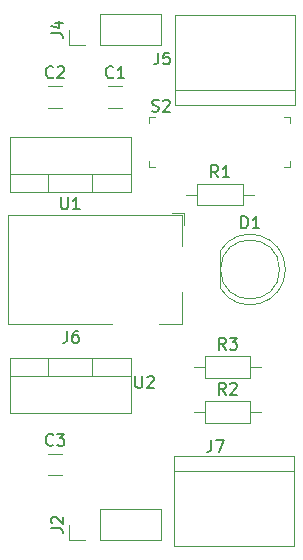
<source format=gto>
%TF.GenerationSoftware,KiCad,Pcbnew,8.0.4*%
%TF.CreationDate,2024-10-15T16:21:02+03:00*%
%TF.ProjectId,projecsts,70726f6a-6563-4737-9473-2e6b69636164,rev?*%
%TF.SameCoordinates,Original*%
%TF.FileFunction,Legend,Top*%
%TF.FilePolarity,Positive*%
%FSLAX46Y46*%
G04 Gerber Fmt 4.6, Leading zero omitted, Abs format (unit mm)*
G04 Created by KiCad (PCBNEW 8.0.4) date 2024-10-15 16:21:02*
%MOMM*%
%LPD*%
G01*
G04 APERTURE LIST*
%ADD10C,0.150000*%
%ADD11C,0.120000*%
%ADD12C,0.100000*%
G04 APERTURE END LIST*
D10*
X140866666Y-87454819D02*
X140866666Y-88169104D01*
X140866666Y-88169104D02*
X140819047Y-88311961D01*
X140819047Y-88311961D02*
X140723809Y-88407200D01*
X140723809Y-88407200D02*
X140580952Y-88454819D01*
X140580952Y-88454819D02*
X140485714Y-88454819D01*
X141247619Y-87454819D02*
X141914285Y-87454819D01*
X141914285Y-87454819D02*
X141485714Y-88454819D01*
X127299819Y-53038333D02*
X128014104Y-53038333D01*
X128014104Y-53038333D02*
X128156961Y-53085952D01*
X128156961Y-53085952D02*
X128252200Y-53181190D01*
X128252200Y-53181190D02*
X128299819Y-53324047D01*
X128299819Y-53324047D02*
X128299819Y-53419285D01*
X127633152Y-52133571D02*
X128299819Y-52133571D01*
X127252200Y-52371666D02*
X127966485Y-52609761D01*
X127966485Y-52609761D02*
X127966485Y-51990714D01*
X127468333Y-56729580D02*
X127420714Y-56777200D01*
X127420714Y-56777200D02*
X127277857Y-56824819D01*
X127277857Y-56824819D02*
X127182619Y-56824819D01*
X127182619Y-56824819D02*
X127039762Y-56777200D01*
X127039762Y-56777200D02*
X126944524Y-56681961D01*
X126944524Y-56681961D02*
X126896905Y-56586723D01*
X126896905Y-56586723D02*
X126849286Y-56396247D01*
X126849286Y-56396247D02*
X126849286Y-56253390D01*
X126849286Y-56253390D02*
X126896905Y-56062914D01*
X126896905Y-56062914D02*
X126944524Y-55967676D01*
X126944524Y-55967676D02*
X127039762Y-55872438D01*
X127039762Y-55872438D02*
X127182619Y-55824819D01*
X127182619Y-55824819D02*
X127277857Y-55824819D01*
X127277857Y-55824819D02*
X127420714Y-55872438D01*
X127420714Y-55872438D02*
X127468333Y-55920057D01*
X127849286Y-55920057D02*
X127896905Y-55872438D01*
X127896905Y-55872438D02*
X127992143Y-55824819D01*
X127992143Y-55824819D02*
X128230238Y-55824819D01*
X128230238Y-55824819D02*
X128325476Y-55872438D01*
X128325476Y-55872438D02*
X128373095Y-55920057D01*
X128373095Y-55920057D02*
X128420714Y-56015295D01*
X128420714Y-56015295D02*
X128420714Y-56110533D01*
X128420714Y-56110533D02*
X128373095Y-56253390D01*
X128373095Y-56253390D02*
X127801667Y-56824819D01*
X127801667Y-56824819D02*
X128420714Y-56824819D01*
X128661666Y-78229819D02*
X128661666Y-78944104D01*
X128661666Y-78944104D02*
X128614047Y-79086961D01*
X128614047Y-79086961D02*
X128518809Y-79182200D01*
X128518809Y-79182200D02*
X128375952Y-79229819D01*
X128375952Y-79229819D02*
X128280714Y-79229819D01*
X129566428Y-78229819D02*
X129375952Y-78229819D01*
X129375952Y-78229819D02*
X129280714Y-78277438D01*
X129280714Y-78277438D02*
X129233095Y-78325057D01*
X129233095Y-78325057D02*
X129137857Y-78467914D01*
X129137857Y-78467914D02*
X129090238Y-78658390D01*
X129090238Y-78658390D02*
X129090238Y-79039342D01*
X129090238Y-79039342D02*
X129137857Y-79134580D01*
X129137857Y-79134580D02*
X129185476Y-79182200D01*
X129185476Y-79182200D02*
X129280714Y-79229819D01*
X129280714Y-79229819D02*
X129471190Y-79229819D01*
X129471190Y-79229819D02*
X129566428Y-79182200D01*
X129566428Y-79182200D02*
X129614047Y-79134580D01*
X129614047Y-79134580D02*
X129661666Y-79039342D01*
X129661666Y-79039342D02*
X129661666Y-78801247D01*
X129661666Y-78801247D02*
X129614047Y-78706009D01*
X129614047Y-78706009D02*
X129566428Y-78658390D01*
X129566428Y-78658390D02*
X129471190Y-78610771D01*
X129471190Y-78610771D02*
X129280714Y-78610771D01*
X129280714Y-78610771D02*
X129185476Y-78658390D01*
X129185476Y-78658390D02*
X129137857Y-78706009D01*
X129137857Y-78706009D02*
X129090238Y-78801247D01*
X127468333Y-87844580D02*
X127420714Y-87892200D01*
X127420714Y-87892200D02*
X127277857Y-87939819D01*
X127277857Y-87939819D02*
X127182619Y-87939819D01*
X127182619Y-87939819D02*
X127039762Y-87892200D01*
X127039762Y-87892200D02*
X126944524Y-87796961D01*
X126944524Y-87796961D02*
X126896905Y-87701723D01*
X126896905Y-87701723D02*
X126849286Y-87511247D01*
X126849286Y-87511247D02*
X126849286Y-87368390D01*
X126849286Y-87368390D02*
X126896905Y-87177914D01*
X126896905Y-87177914D02*
X126944524Y-87082676D01*
X126944524Y-87082676D02*
X127039762Y-86987438D01*
X127039762Y-86987438D02*
X127182619Y-86939819D01*
X127182619Y-86939819D02*
X127277857Y-86939819D01*
X127277857Y-86939819D02*
X127420714Y-86987438D01*
X127420714Y-86987438D02*
X127468333Y-87035057D01*
X127801667Y-86939819D02*
X128420714Y-86939819D01*
X128420714Y-86939819D02*
X128087381Y-87320771D01*
X128087381Y-87320771D02*
X128230238Y-87320771D01*
X128230238Y-87320771D02*
X128325476Y-87368390D01*
X128325476Y-87368390D02*
X128373095Y-87416009D01*
X128373095Y-87416009D02*
X128420714Y-87511247D01*
X128420714Y-87511247D02*
X128420714Y-87749342D01*
X128420714Y-87749342D02*
X128373095Y-87844580D01*
X128373095Y-87844580D02*
X128325476Y-87892200D01*
X128325476Y-87892200D02*
X128230238Y-87939819D01*
X128230238Y-87939819D02*
X127944524Y-87939819D01*
X127944524Y-87939819D02*
X127849286Y-87892200D01*
X127849286Y-87892200D02*
X127801667Y-87844580D01*
X143406905Y-69519819D02*
X143406905Y-68519819D01*
X143406905Y-68519819D02*
X143645000Y-68519819D01*
X143645000Y-68519819D02*
X143787857Y-68567438D01*
X143787857Y-68567438D02*
X143883095Y-68662676D01*
X143883095Y-68662676D02*
X143930714Y-68757914D01*
X143930714Y-68757914D02*
X143978333Y-68948390D01*
X143978333Y-68948390D02*
X143978333Y-69091247D01*
X143978333Y-69091247D02*
X143930714Y-69281723D01*
X143930714Y-69281723D02*
X143883095Y-69376961D01*
X143883095Y-69376961D02*
X143787857Y-69472200D01*
X143787857Y-69472200D02*
X143645000Y-69519819D01*
X143645000Y-69519819D02*
X143406905Y-69519819D01*
X144930714Y-69519819D02*
X144359286Y-69519819D01*
X144645000Y-69519819D02*
X144645000Y-68519819D01*
X144645000Y-68519819D02*
X144549762Y-68662676D01*
X144549762Y-68662676D02*
X144454524Y-68757914D01*
X144454524Y-68757914D02*
X144359286Y-68805533D01*
X132548333Y-56729580D02*
X132500714Y-56777200D01*
X132500714Y-56777200D02*
X132357857Y-56824819D01*
X132357857Y-56824819D02*
X132262619Y-56824819D01*
X132262619Y-56824819D02*
X132119762Y-56777200D01*
X132119762Y-56777200D02*
X132024524Y-56681961D01*
X132024524Y-56681961D02*
X131976905Y-56586723D01*
X131976905Y-56586723D02*
X131929286Y-56396247D01*
X131929286Y-56396247D02*
X131929286Y-56253390D01*
X131929286Y-56253390D02*
X131976905Y-56062914D01*
X131976905Y-56062914D02*
X132024524Y-55967676D01*
X132024524Y-55967676D02*
X132119762Y-55872438D01*
X132119762Y-55872438D02*
X132262619Y-55824819D01*
X132262619Y-55824819D02*
X132357857Y-55824819D01*
X132357857Y-55824819D02*
X132500714Y-55872438D01*
X132500714Y-55872438D02*
X132548333Y-55920057D01*
X133500714Y-56824819D02*
X132929286Y-56824819D01*
X133215000Y-56824819D02*
X133215000Y-55824819D01*
X133215000Y-55824819D02*
X133119762Y-55967676D01*
X133119762Y-55967676D02*
X133024524Y-56062914D01*
X133024524Y-56062914D02*
X132929286Y-56110533D01*
X127299819Y-94948333D02*
X128014104Y-94948333D01*
X128014104Y-94948333D02*
X128156961Y-94995952D01*
X128156961Y-94995952D02*
X128252200Y-95091190D01*
X128252200Y-95091190D02*
X128299819Y-95234047D01*
X128299819Y-95234047D02*
X128299819Y-95329285D01*
X127395057Y-94519761D02*
X127347438Y-94472142D01*
X127347438Y-94472142D02*
X127299819Y-94376904D01*
X127299819Y-94376904D02*
X127299819Y-94138809D01*
X127299819Y-94138809D02*
X127347438Y-94043571D01*
X127347438Y-94043571D02*
X127395057Y-93995952D01*
X127395057Y-93995952D02*
X127490295Y-93948333D01*
X127490295Y-93948333D02*
X127585533Y-93948333D01*
X127585533Y-93948333D02*
X127728390Y-93995952D01*
X127728390Y-93995952D02*
X128299819Y-94567380D01*
X128299819Y-94567380D02*
X128299819Y-93948333D01*
X142073333Y-79814819D02*
X141740000Y-79338628D01*
X141501905Y-79814819D02*
X141501905Y-78814819D01*
X141501905Y-78814819D02*
X141882857Y-78814819D01*
X141882857Y-78814819D02*
X141978095Y-78862438D01*
X141978095Y-78862438D02*
X142025714Y-78910057D01*
X142025714Y-78910057D02*
X142073333Y-79005295D01*
X142073333Y-79005295D02*
X142073333Y-79148152D01*
X142073333Y-79148152D02*
X142025714Y-79243390D01*
X142025714Y-79243390D02*
X141978095Y-79291009D01*
X141978095Y-79291009D02*
X141882857Y-79338628D01*
X141882857Y-79338628D02*
X141501905Y-79338628D01*
X142406667Y-78814819D02*
X143025714Y-78814819D01*
X143025714Y-78814819D02*
X142692381Y-79195771D01*
X142692381Y-79195771D02*
X142835238Y-79195771D01*
X142835238Y-79195771D02*
X142930476Y-79243390D01*
X142930476Y-79243390D02*
X142978095Y-79291009D01*
X142978095Y-79291009D02*
X143025714Y-79386247D01*
X143025714Y-79386247D02*
X143025714Y-79624342D01*
X143025714Y-79624342D02*
X142978095Y-79719580D01*
X142978095Y-79719580D02*
X142930476Y-79767200D01*
X142930476Y-79767200D02*
X142835238Y-79814819D01*
X142835238Y-79814819D02*
X142549524Y-79814819D01*
X142549524Y-79814819D02*
X142454286Y-79767200D01*
X142454286Y-79767200D02*
X142406667Y-79719580D01*
X141438333Y-65209819D02*
X141105000Y-64733628D01*
X140866905Y-65209819D02*
X140866905Y-64209819D01*
X140866905Y-64209819D02*
X141247857Y-64209819D01*
X141247857Y-64209819D02*
X141343095Y-64257438D01*
X141343095Y-64257438D02*
X141390714Y-64305057D01*
X141390714Y-64305057D02*
X141438333Y-64400295D01*
X141438333Y-64400295D02*
X141438333Y-64543152D01*
X141438333Y-64543152D02*
X141390714Y-64638390D01*
X141390714Y-64638390D02*
X141343095Y-64686009D01*
X141343095Y-64686009D02*
X141247857Y-64733628D01*
X141247857Y-64733628D02*
X140866905Y-64733628D01*
X142390714Y-65209819D02*
X141819286Y-65209819D01*
X142105000Y-65209819D02*
X142105000Y-64209819D01*
X142105000Y-64209819D02*
X142009762Y-64352676D01*
X142009762Y-64352676D02*
X141914524Y-64447914D01*
X141914524Y-64447914D02*
X141819286Y-64495533D01*
X142073333Y-83624819D02*
X141740000Y-83148628D01*
X141501905Y-83624819D02*
X141501905Y-82624819D01*
X141501905Y-82624819D02*
X141882857Y-82624819D01*
X141882857Y-82624819D02*
X141978095Y-82672438D01*
X141978095Y-82672438D02*
X142025714Y-82720057D01*
X142025714Y-82720057D02*
X142073333Y-82815295D01*
X142073333Y-82815295D02*
X142073333Y-82958152D01*
X142073333Y-82958152D02*
X142025714Y-83053390D01*
X142025714Y-83053390D02*
X141978095Y-83101009D01*
X141978095Y-83101009D02*
X141882857Y-83148628D01*
X141882857Y-83148628D02*
X141501905Y-83148628D01*
X142454286Y-82720057D02*
X142501905Y-82672438D01*
X142501905Y-82672438D02*
X142597143Y-82624819D01*
X142597143Y-82624819D02*
X142835238Y-82624819D01*
X142835238Y-82624819D02*
X142930476Y-82672438D01*
X142930476Y-82672438D02*
X142978095Y-82720057D01*
X142978095Y-82720057D02*
X143025714Y-82815295D01*
X143025714Y-82815295D02*
X143025714Y-82910533D01*
X143025714Y-82910533D02*
X142978095Y-83053390D01*
X142978095Y-83053390D02*
X142406667Y-83624819D01*
X142406667Y-83624819D02*
X143025714Y-83624819D01*
X134438095Y-82054819D02*
X134438095Y-82864342D01*
X134438095Y-82864342D02*
X134485714Y-82959580D01*
X134485714Y-82959580D02*
X134533333Y-83007200D01*
X134533333Y-83007200D02*
X134628571Y-83054819D01*
X134628571Y-83054819D02*
X134819047Y-83054819D01*
X134819047Y-83054819D02*
X134914285Y-83007200D01*
X134914285Y-83007200D02*
X134961904Y-82959580D01*
X134961904Y-82959580D02*
X135009523Y-82864342D01*
X135009523Y-82864342D02*
X135009523Y-82054819D01*
X135438095Y-82150057D02*
X135485714Y-82102438D01*
X135485714Y-82102438D02*
X135580952Y-82054819D01*
X135580952Y-82054819D02*
X135819047Y-82054819D01*
X135819047Y-82054819D02*
X135914285Y-82102438D01*
X135914285Y-82102438D02*
X135961904Y-82150057D01*
X135961904Y-82150057D02*
X136009523Y-82245295D01*
X136009523Y-82245295D02*
X136009523Y-82340533D01*
X136009523Y-82340533D02*
X135961904Y-82483390D01*
X135961904Y-82483390D02*
X135390476Y-83054819D01*
X135390476Y-83054819D02*
X136009523Y-83054819D01*
X135838095Y-59607200D02*
X135980952Y-59654819D01*
X135980952Y-59654819D02*
X136219047Y-59654819D01*
X136219047Y-59654819D02*
X136314285Y-59607200D01*
X136314285Y-59607200D02*
X136361904Y-59559580D01*
X136361904Y-59559580D02*
X136409523Y-59464342D01*
X136409523Y-59464342D02*
X136409523Y-59369104D01*
X136409523Y-59369104D02*
X136361904Y-59273866D01*
X136361904Y-59273866D02*
X136314285Y-59226247D01*
X136314285Y-59226247D02*
X136219047Y-59178628D01*
X136219047Y-59178628D02*
X136028571Y-59131009D01*
X136028571Y-59131009D02*
X135933333Y-59083390D01*
X135933333Y-59083390D02*
X135885714Y-59035771D01*
X135885714Y-59035771D02*
X135838095Y-58940533D01*
X135838095Y-58940533D02*
X135838095Y-58845295D01*
X135838095Y-58845295D02*
X135885714Y-58750057D01*
X135885714Y-58750057D02*
X135933333Y-58702438D01*
X135933333Y-58702438D02*
X136028571Y-58654819D01*
X136028571Y-58654819D02*
X136266666Y-58654819D01*
X136266666Y-58654819D02*
X136409523Y-58702438D01*
X136790476Y-58750057D02*
X136838095Y-58702438D01*
X136838095Y-58702438D02*
X136933333Y-58654819D01*
X136933333Y-58654819D02*
X137171428Y-58654819D01*
X137171428Y-58654819D02*
X137266666Y-58702438D01*
X137266666Y-58702438D02*
X137314285Y-58750057D01*
X137314285Y-58750057D02*
X137361904Y-58845295D01*
X137361904Y-58845295D02*
X137361904Y-58940533D01*
X137361904Y-58940533D02*
X137314285Y-59083390D01*
X137314285Y-59083390D02*
X136742857Y-59654819D01*
X136742857Y-59654819D02*
X137361904Y-59654819D01*
X128143095Y-66914819D02*
X128143095Y-67724342D01*
X128143095Y-67724342D02*
X128190714Y-67819580D01*
X128190714Y-67819580D02*
X128238333Y-67867200D01*
X128238333Y-67867200D02*
X128333571Y-67914819D01*
X128333571Y-67914819D02*
X128524047Y-67914819D01*
X128524047Y-67914819D02*
X128619285Y-67867200D01*
X128619285Y-67867200D02*
X128666904Y-67819580D01*
X128666904Y-67819580D02*
X128714523Y-67724342D01*
X128714523Y-67724342D02*
X128714523Y-66914819D01*
X129714523Y-67914819D02*
X129143095Y-67914819D01*
X129428809Y-67914819D02*
X129428809Y-66914819D01*
X129428809Y-66914819D02*
X129333571Y-67057676D01*
X129333571Y-67057676D02*
X129238333Y-67152914D01*
X129238333Y-67152914D02*
X129143095Y-67200533D01*
X136366666Y-54654819D02*
X136366666Y-55369104D01*
X136366666Y-55369104D02*
X136319047Y-55511961D01*
X136319047Y-55511961D02*
X136223809Y-55607200D01*
X136223809Y-55607200D02*
X136080952Y-55654819D01*
X136080952Y-55654819D02*
X135985714Y-55654819D01*
X137319047Y-54654819D02*
X136842857Y-54654819D01*
X136842857Y-54654819D02*
X136795238Y-55131009D01*
X136795238Y-55131009D02*
X136842857Y-55083390D01*
X136842857Y-55083390D02*
X136938095Y-55035771D01*
X136938095Y-55035771D02*
X137176190Y-55035771D01*
X137176190Y-55035771D02*
X137271428Y-55083390D01*
X137271428Y-55083390D02*
X137319047Y-55131009D01*
X137319047Y-55131009D02*
X137366666Y-55226247D01*
X137366666Y-55226247D02*
X137366666Y-55464342D01*
X137366666Y-55464342D02*
X137319047Y-55559580D01*
X137319047Y-55559580D02*
X137271428Y-55607200D01*
X137271428Y-55607200D02*
X137176190Y-55654819D01*
X137176190Y-55654819D02*
X136938095Y-55654819D01*
X136938095Y-55654819D02*
X136842857Y-55607200D01*
X136842857Y-55607200D02*
X136795238Y-55559580D01*
D11*
%TO.C,J7*%
X137689346Y-88810007D02*
X137689346Y-96430007D01*
X137689346Y-90080007D02*
X147849346Y-90080007D01*
X137689346Y-96430007D02*
X147849346Y-96430007D01*
X147849346Y-88810007D02*
X137689346Y-88810007D01*
X147849346Y-96430007D02*
X147849346Y-88810007D01*
%TO.C,J4*%
X128845000Y-54035000D02*
X128845000Y-52705000D01*
X130175000Y-54035000D02*
X128845000Y-54035000D01*
X131445000Y-51375000D02*
X136585000Y-51375000D01*
X131445000Y-54035000D02*
X131445000Y-51375000D01*
X131445000Y-54035000D02*
X136585000Y-54035000D01*
X136585000Y-54035000D02*
X136585000Y-51375000D01*
%TO.C,C2*%
X127006000Y-57500000D02*
X128264000Y-57500000D01*
X127006000Y-59340000D02*
X128264000Y-59340000D01*
%TO.C,J6*%
X123645000Y-68425000D02*
X138345000Y-68425000D01*
X123645000Y-77625000D02*
X123645000Y-68425000D01*
X132445000Y-77625000D02*
X123645000Y-77625000D01*
X137495000Y-68225000D02*
X138545000Y-68225000D01*
X138345000Y-68425000D02*
X138345000Y-71025000D01*
X138345000Y-74925000D02*
X138345000Y-77625000D01*
X138345000Y-77625000D02*
X136445000Y-77625000D01*
X138545000Y-69275000D02*
X138545000Y-68225000D01*
%TO.C,C3*%
X127006000Y-88615000D02*
X128264000Y-88615000D01*
X127006000Y-90455000D02*
X128264000Y-90455000D01*
%TO.C,D1*%
X141585000Y-71480000D02*
X141585000Y-74570000D01*
X141585000Y-71480170D02*
G75*
G02*
X147135000Y-73025462I2560000J-1544830D01*
G01*
X147135000Y-73024538D02*
G75*
G02*
X141585000Y-74569830I-2990000J-462D01*
G01*
X146645000Y-73025000D02*
G75*
G02*
X141645000Y-73025000I-2500000J0D01*
G01*
X141645000Y-73025000D02*
G75*
G02*
X146645000Y-73025000I2500000J0D01*
G01*
%TO.C,C1*%
X132086000Y-57500000D02*
X133344000Y-57500000D01*
X132086000Y-59340000D02*
X133344000Y-59340000D01*
%TO.C,J2*%
X128845000Y-95945000D02*
X128845000Y-94615000D01*
X130175000Y-95945000D02*
X128845000Y-95945000D01*
X131445000Y-93285000D02*
X136585000Y-93285000D01*
X131445000Y-95945000D02*
X131445000Y-93285000D01*
X131445000Y-95945000D02*
X136585000Y-95945000D01*
X136585000Y-95945000D02*
X136585000Y-93285000D01*
%TO.C,R3*%
X139370000Y-81280000D02*
X140320000Y-81280000D01*
X140320000Y-80360000D02*
X140320000Y-82200000D01*
X140320000Y-82200000D02*
X144160000Y-82200000D01*
X144160000Y-80360000D02*
X140320000Y-80360000D01*
X144160000Y-82200000D02*
X144160000Y-80360000D01*
X145110000Y-81280000D02*
X144160000Y-81280000D01*
%TO.C,R1*%
X138735000Y-66675000D02*
X139685000Y-66675000D01*
X139685000Y-65755000D02*
X139685000Y-67595000D01*
X139685000Y-67595000D02*
X143525000Y-67595000D01*
X143525000Y-65755000D02*
X139685000Y-65755000D01*
X143525000Y-67595000D02*
X143525000Y-65755000D01*
X144475000Y-66675000D02*
X143525000Y-66675000D01*
%TO.C,R2*%
X139370000Y-85090000D02*
X140320000Y-85090000D01*
X140320000Y-84170000D02*
X140320000Y-86010000D01*
X140320000Y-86010000D02*
X144160000Y-86010000D01*
X144160000Y-84170000D02*
X140320000Y-84170000D01*
X144160000Y-86010000D02*
X144160000Y-84170000D01*
X145110000Y-85090000D02*
X144160000Y-85090000D01*
%TO.C,U2*%
X123785000Y-80550000D02*
X123785000Y-85191000D01*
X123785000Y-80550000D02*
X134025000Y-80550000D01*
X123785000Y-82060000D02*
X134025000Y-82060000D01*
X123785000Y-85191000D02*
X134025000Y-85191000D01*
X127055000Y-80550000D02*
X127055000Y-82060000D01*
X130756000Y-80550000D02*
X130756000Y-82060000D01*
X134025000Y-80550000D02*
X134025000Y-85191000D01*
D12*
%TO.C,S2*%
X135625000Y-60130000D02*
X135625000Y-60630000D01*
X135625000Y-60130000D02*
X136125000Y-60130000D01*
X135625000Y-64330000D02*
X135625000Y-63830000D01*
X135625000Y-64330000D02*
X136125000Y-64330000D01*
X147525000Y-60130000D02*
X147025000Y-60130000D01*
X147525000Y-60130000D02*
X147525000Y-60630000D01*
X147525000Y-64330000D02*
X147025000Y-64330000D01*
X147525000Y-64330000D02*
X147525000Y-63830000D01*
D11*
%TO.C,U1*%
X123785000Y-66460000D02*
X123785000Y-61819000D01*
X127054000Y-66460000D02*
X127054000Y-64950000D01*
X130755000Y-66460000D02*
X130755000Y-64950000D01*
X134025000Y-61819000D02*
X123785000Y-61819000D01*
X134025000Y-64950000D02*
X123785000Y-64950000D01*
X134025000Y-66460000D02*
X123785000Y-66460000D01*
X134025000Y-66460000D02*
X134025000Y-61819000D01*
%TO.C,J5*%
X137795000Y-51435000D02*
X137795000Y-59055000D01*
X137795000Y-59055000D02*
X147955000Y-59055000D01*
X147955000Y-51435000D02*
X137795000Y-51435000D01*
X147955000Y-57785000D02*
X137795000Y-57785000D01*
X147955000Y-59055000D02*
X147955000Y-51435000D01*
%TD*%
M02*

</source>
